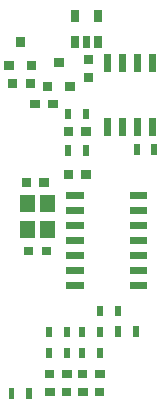
<source format=gbr>
G04 #@! TF.GenerationSoftware,KiCad,Pcbnew,6.0.0-rc1-unknown-4a57541~66~ubuntu16.04.1*
G04 #@! TF.CreationDate,2018-09-11T15:22:57+03:00*
G04 #@! TF.ProjectId,rs485-moist-sensor,72733438352D6D6F6973742D73656E73,rev?*
G04 #@! TF.SameCoordinates,Original*
G04 #@! TF.FileFunction,Soldermask,Top*
G04 #@! TF.FilePolarity,Negative*
%FSLAX46Y46*%
G04 Gerber Fmt 4.6, Leading zero omitted, Abs format (unit mm)*
G04 Created by KiCad (PCBNEW 6.0.0-rc1-unknown-4a57541~66~ubuntu16.04.1) date Tue Sep 11 15:22:57 2018*
%MOMM*%
%LPD*%
G01*
G04 APERTURE LIST*
%ADD10C,0.100000*%
G04 APERTURE END LIST*
D10*
G36*
X90500000Y-57200000D02*
X90000000Y-57200000D01*
X90000000Y-56300000D01*
X90500000Y-56300000D01*
X90500000Y-57200000D01*
X90500000Y-57200000D01*
G37*
G36*
X89000000Y-57200000D02*
X88500000Y-57200000D01*
X88500000Y-56300000D01*
X89000000Y-56300000D01*
X89000000Y-57200000D01*
X89000000Y-57200000D01*
G37*
G36*
X93810000Y-56992000D02*
X93010000Y-56992000D01*
X93010000Y-56292000D01*
X93810000Y-56292000D01*
X93810000Y-56992000D01*
X93810000Y-56992000D01*
G37*
G36*
X92410000Y-56992000D02*
X91610000Y-56992000D01*
X91610000Y-56292000D01*
X92410000Y-56292000D01*
X92410000Y-56992000D01*
X92410000Y-56992000D01*
G37*
G36*
X96604000Y-56992000D02*
X95804000Y-56992000D01*
X95804000Y-56292000D01*
X96604000Y-56292000D01*
X96604000Y-56992000D01*
X96604000Y-56992000D01*
G37*
G36*
X95204000Y-56992000D02*
X94404000Y-56992000D01*
X94404000Y-56292000D01*
X95204000Y-56292000D01*
X95204000Y-56992000D01*
X95204000Y-56992000D01*
G37*
G36*
X93860000Y-55493000D02*
X93060000Y-55493000D01*
X93060000Y-54743000D01*
X93860000Y-54743000D01*
X93860000Y-55493000D01*
X93860000Y-55493000D01*
G37*
G36*
X96654000Y-55493000D02*
X95854000Y-55493000D01*
X95854000Y-54743000D01*
X96654000Y-54743000D01*
X96654000Y-55493000D01*
X96654000Y-55493000D01*
G37*
G36*
X95154000Y-55493000D02*
X94354000Y-55493000D01*
X94354000Y-54743000D01*
X95154000Y-54743000D01*
X95154000Y-55493000D01*
X95154000Y-55493000D01*
G37*
G36*
X92360000Y-55493000D02*
X91560000Y-55493000D01*
X91560000Y-54743000D01*
X92360000Y-54743000D01*
X92360000Y-55493000D01*
X92360000Y-55493000D01*
G37*
G36*
X96504000Y-53790000D02*
X96004000Y-53790000D01*
X96004000Y-52890000D01*
X96504000Y-52890000D01*
X96504000Y-53790000D01*
X96504000Y-53790000D01*
G37*
G36*
X92210000Y-53790000D02*
X91710000Y-53790000D01*
X91710000Y-52890000D01*
X92210000Y-52890000D01*
X92210000Y-53790000D01*
X92210000Y-53790000D01*
G37*
G36*
X93710000Y-53790000D02*
X93210000Y-53790000D01*
X93210000Y-52890000D01*
X93710000Y-52890000D01*
X93710000Y-53790000D01*
X93710000Y-53790000D01*
G37*
G36*
X95004000Y-53790000D02*
X94504000Y-53790000D01*
X94504000Y-52890000D01*
X95004000Y-52890000D01*
X95004000Y-53790000D01*
X95004000Y-53790000D01*
G37*
G36*
X96504000Y-52012000D02*
X96004000Y-52012000D01*
X96004000Y-51112000D01*
X96504000Y-51112000D01*
X96504000Y-52012000D01*
X96504000Y-52012000D01*
G37*
G36*
X95004000Y-52012000D02*
X94504000Y-52012000D01*
X94504000Y-51112000D01*
X95004000Y-51112000D01*
X95004000Y-52012000D01*
X95004000Y-52012000D01*
G37*
G36*
X93710000Y-52012000D02*
X93210000Y-52012000D01*
X93210000Y-51112000D01*
X93710000Y-51112000D01*
X93710000Y-52012000D01*
X93710000Y-52012000D01*
G37*
G36*
X92210000Y-52012000D02*
X91710000Y-52012000D01*
X91710000Y-51112000D01*
X92210000Y-51112000D01*
X92210000Y-52012000D01*
X92210000Y-52012000D01*
G37*
G36*
X98000000Y-51950000D02*
X97500000Y-51950000D01*
X97500000Y-51050000D01*
X98000000Y-51050000D01*
X98000000Y-51950000D01*
X98000000Y-51950000D01*
G37*
G36*
X99500000Y-51950000D02*
X99000000Y-51950000D01*
X99000000Y-51050000D01*
X99500000Y-51050000D01*
X99500000Y-51950000D01*
X99500000Y-51950000D01*
G37*
G36*
X98028000Y-50234000D02*
X97528000Y-50234000D01*
X97528000Y-49334000D01*
X98028000Y-49334000D01*
X98028000Y-50234000D01*
X98028000Y-50234000D01*
G37*
G36*
X96528000Y-50234000D02*
X96028000Y-50234000D01*
X96028000Y-49334000D01*
X96528000Y-49334000D01*
X96528000Y-50234000D01*
X96528000Y-50234000D01*
G37*
G36*
X100250000Y-47910000D02*
X98750000Y-47910000D01*
X98750000Y-47310000D01*
X100250000Y-47310000D01*
X100250000Y-47910000D01*
X100250000Y-47910000D01*
G37*
G36*
X94850000Y-47910000D02*
X93350000Y-47910000D01*
X93350000Y-47310000D01*
X94850000Y-47310000D01*
X94850000Y-47910000D01*
X94850000Y-47910000D01*
G37*
G36*
X94850000Y-46640000D02*
X93350000Y-46640000D01*
X93350000Y-46040000D01*
X94850000Y-46040000D01*
X94850000Y-46640000D01*
X94850000Y-46640000D01*
G37*
G36*
X100250000Y-46640000D02*
X98750000Y-46640000D01*
X98750000Y-46040000D01*
X100250000Y-46040000D01*
X100250000Y-46640000D01*
X100250000Y-46640000D01*
G37*
G36*
X100250000Y-45370000D02*
X98750000Y-45370000D01*
X98750000Y-44770000D01*
X100250000Y-44770000D01*
X100250000Y-45370000D01*
X100250000Y-45370000D01*
G37*
G36*
X94850000Y-45370000D02*
X93350000Y-45370000D01*
X93350000Y-44770000D01*
X94850000Y-44770000D01*
X94850000Y-45370000D01*
X94850000Y-45370000D01*
G37*
G36*
X92100000Y-45075000D02*
X91300000Y-45075000D01*
X91300000Y-44325000D01*
X92100000Y-44325000D01*
X92100000Y-45075000D01*
X92100000Y-45075000D01*
G37*
G36*
X90600000Y-45075000D02*
X89800000Y-45075000D01*
X89800000Y-44325000D01*
X90600000Y-44325000D01*
X90600000Y-45075000D01*
X90600000Y-45075000D01*
G37*
G36*
X100250000Y-44100000D02*
X98750000Y-44100000D01*
X98750000Y-43500000D01*
X100250000Y-43500000D01*
X100250000Y-44100000D01*
X100250000Y-44100000D01*
G37*
G36*
X94850000Y-44100000D02*
X93350000Y-44100000D01*
X93350000Y-43500000D01*
X94850000Y-43500000D01*
X94850000Y-44100000D01*
X94850000Y-44100000D01*
G37*
G36*
X90700000Y-43600000D02*
X89500000Y-43600000D01*
X89500000Y-42200000D01*
X90700000Y-42200000D01*
X90700000Y-43600000D01*
X90700000Y-43600000D01*
G37*
G36*
X92400000Y-43600000D02*
X91200000Y-43600000D01*
X91200000Y-42200000D01*
X92400000Y-42200000D01*
X92400000Y-43600000D01*
X92400000Y-43600000D01*
G37*
G36*
X94850000Y-42830000D02*
X93350000Y-42830000D01*
X93350000Y-42230000D01*
X94850000Y-42230000D01*
X94850000Y-42830000D01*
X94850000Y-42830000D01*
G37*
G36*
X100250000Y-42830000D02*
X98750000Y-42830000D01*
X98750000Y-42230000D01*
X100250000Y-42230000D01*
X100250000Y-42830000D01*
X100250000Y-42830000D01*
G37*
G36*
X100250000Y-41560000D02*
X98750000Y-41560000D01*
X98750000Y-40960000D01*
X100250000Y-40960000D01*
X100250000Y-41560000D01*
X100250000Y-41560000D01*
G37*
G36*
X94850000Y-41560000D02*
X93350000Y-41560000D01*
X93350000Y-40960000D01*
X94850000Y-40960000D01*
X94850000Y-41560000D01*
X94850000Y-41560000D01*
G37*
G36*
X90700000Y-41400000D02*
X89500000Y-41400000D01*
X89500000Y-40000000D01*
X90700000Y-40000000D01*
X90700000Y-41400000D01*
X90700000Y-41400000D01*
G37*
G36*
X92400000Y-41400000D02*
X91200000Y-41400000D01*
X91200000Y-40000000D01*
X92400000Y-40000000D01*
X92400000Y-41400000D01*
X92400000Y-41400000D01*
G37*
G36*
X94850000Y-40290000D02*
X93350000Y-40290000D01*
X93350000Y-39690000D01*
X94850000Y-39690000D01*
X94850000Y-40290000D01*
X94850000Y-40290000D01*
G37*
G36*
X100250000Y-40290000D02*
X98750000Y-40290000D01*
X98750000Y-39690000D01*
X100250000Y-39690000D01*
X100250000Y-40290000D01*
X100250000Y-40290000D01*
G37*
G36*
X91900000Y-39275000D02*
X91100000Y-39275000D01*
X91100000Y-38525000D01*
X91900000Y-38525000D01*
X91900000Y-39275000D01*
X91900000Y-39275000D01*
G37*
G36*
X90400000Y-39275000D02*
X89600000Y-39275000D01*
X89600000Y-38525000D01*
X90400000Y-38525000D01*
X90400000Y-39275000D01*
X90400000Y-39275000D01*
G37*
G36*
X95450000Y-38575000D02*
X94650000Y-38575000D01*
X94650000Y-37825000D01*
X95450000Y-37825000D01*
X95450000Y-38575000D01*
X95450000Y-38575000D01*
G37*
G36*
X93950000Y-38575000D02*
X93150000Y-38575000D01*
X93150000Y-37825000D01*
X93950000Y-37825000D01*
X93950000Y-38575000D01*
X93950000Y-38575000D01*
G37*
G36*
X93800000Y-36650000D02*
X93300000Y-36650000D01*
X93300000Y-35750000D01*
X93800000Y-35750000D01*
X93800000Y-36650000D01*
X93800000Y-36650000D01*
G37*
G36*
X95300000Y-36650000D02*
X94800000Y-36650000D01*
X94800000Y-35750000D01*
X95300000Y-35750000D01*
X95300000Y-36650000D01*
X95300000Y-36650000D01*
G37*
G36*
X99600000Y-36550000D02*
X99100000Y-36550000D01*
X99100000Y-35650000D01*
X99600000Y-35650000D01*
X99600000Y-36550000D01*
X99600000Y-36550000D01*
G37*
G36*
X101100000Y-36550000D02*
X100600000Y-36550000D01*
X100600000Y-35650000D01*
X101100000Y-35650000D01*
X101100000Y-36550000D01*
X101100000Y-36550000D01*
G37*
G36*
X99685000Y-34975000D02*
X99085000Y-34975000D01*
X99085000Y-33425000D01*
X99685000Y-33425000D01*
X99685000Y-34975000D01*
X99685000Y-34975000D01*
G37*
G36*
X93950000Y-34975000D02*
X93150000Y-34975000D01*
X93150000Y-34225000D01*
X93950000Y-34225000D01*
X93950000Y-34975000D01*
X93950000Y-34975000D01*
G37*
G36*
X95450000Y-34975000D02*
X94650000Y-34975000D01*
X94650000Y-34225000D01*
X95450000Y-34225000D01*
X95450000Y-34975000D01*
X95450000Y-34975000D01*
G37*
G36*
X98415000Y-34975000D02*
X97815000Y-34975000D01*
X97815000Y-33425000D01*
X98415000Y-33425000D01*
X98415000Y-34975000D01*
X98415000Y-34975000D01*
G37*
G36*
X97145000Y-34975000D02*
X96545000Y-34975000D01*
X96545000Y-33425000D01*
X97145000Y-33425000D01*
X97145000Y-34975000D01*
X97145000Y-34975000D01*
G37*
G36*
X100955000Y-34975000D02*
X100355000Y-34975000D01*
X100355000Y-33425000D01*
X100955000Y-33425000D01*
X100955000Y-34975000D01*
X100955000Y-34975000D01*
G37*
G36*
X93800000Y-33550000D02*
X93300000Y-33550000D01*
X93300000Y-32650000D01*
X93800000Y-32650000D01*
X93800000Y-33550000D01*
X93800000Y-33550000D01*
G37*
G36*
X95300000Y-33550000D02*
X94800000Y-33550000D01*
X94800000Y-32650000D01*
X95300000Y-32650000D01*
X95300000Y-33550000D01*
X95300000Y-33550000D01*
G37*
G36*
X92650000Y-32625000D02*
X91850000Y-32625000D01*
X91850000Y-31875000D01*
X92650000Y-31875000D01*
X92650000Y-32625000D01*
X92650000Y-32625000D01*
G37*
G36*
X91150000Y-32625000D02*
X90350000Y-32625000D01*
X90350000Y-31875000D01*
X91150000Y-31875000D01*
X91150000Y-32625000D01*
X91150000Y-32625000D01*
G37*
G36*
X92200050Y-31150810D02*
X91399950Y-31150810D01*
X91399950Y-30350710D01*
X92200050Y-30350710D01*
X92200050Y-31150810D01*
X92200050Y-31150810D01*
G37*
G36*
X94100050Y-31150810D02*
X93299950Y-31150810D01*
X93299950Y-30350710D01*
X94100050Y-30350710D01*
X94100050Y-31150810D01*
X94100050Y-31150810D01*
G37*
G36*
X90750000Y-30875000D02*
X89950000Y-30875000D01*
X89950000Y-30125000D01*
X90750000Y-30125000D01*
X90750000Y-30875000D01*
X90750000Y-30875000D01*
G37*
G36*
X89250000Y-30875000D02*
X88450000Y-30875000D01*
X88450000Y-30125000D01*
X89250000Y-30125000D01*
X89250000Y-30875000D01*
X89250000Y-30875000D01*
G37*
G36*
X95625000Y-30400000D02*
X94875000Y-30400000D01*
X94875000Y-29600000D01*
X95625000Y-29600000D01*
X95625000Y-30400000D01*
X95625000Y-30400000D01*
G37*
G36*
X98415000Y-29575000D02*
X97815000Y-29575000D01*
X97815000Y-28025000D01*
X98415000Y-28025000D01*
X98415000Y-29575000D01*
X98415000Y-29575000D01*
G37*
G36*
X99685000Y-29575000D02*
X99085000Y-29575000D01*
X99085000Y-28025000D01*
X99685000Y-28025000D01*
X99685000Y-29575000D01*
X99685000Y-29575000D01*
G37*
G36*
X97145000Y-29575000D02*
X96545000Y-29575000D01*
X96545000Y-28025000D01*
X97145000Y-28025000D01*
X97145000Y-29575000D01*
X97145000Y-29575000D01*
G37*
G36*
X100955000Y-29575000D02*
X100355000Y-29575000D01*
X100355000Y-28025000D01*
X100955000Y-28025000D01*
X100955000Y-29575000D01*
X100955000Y-29575000D01*
G37*
G36*
X90850050Y-29400810D02*
X90049950Y-29400810D01*
X90049950Y-28600710D01*
X90850050Y-28600710D01*
X90850050Y-29400810D01*
X90850050Y-29400810D01*
G37*
G36*
X88950050Y-29400810D02*
X88149950Y-29400810D01*
X88149950Y-28600710D01*
X88950050Y-28600710D01*
X88950050Y-29400810D01*
X88950050Y-29400810D01*
G37*
G36*
X93150050Y-29151830D02*
X92349950Y-29151830D01*
X92349950Y-28351730D01*
X93150050Y-28351730D01*
X93150050Y-29151830D01*
X93150050Y-29151830D01*
G37*
G36*
X95625000Y-28900000D02*
X94875000Y-28900000D01*
X94875000Y-28100000D01*
X95625000Y-28100000D01*
X95625000Y-28900000D01*
X95625000Y-28900000D01*
G37*
G36*
X94475000Y-27530000D02*
X93825000Y-27530000D01*
X93825000Y-26470000D01*
X94475000Y-26470000D01*
X94475000Y-27530000D01*
X94475000Y-27530000D01*
G37*
G36*
X96375000Y-27530000D02*
X95725000Y-27530000D01*
X95725000Y-26470000D01*
X96375000Y-26470000D01*
X96375000Y-27530000D01*
X96375000Y-27530000D01*
G37*
G36*
X95425000Y-27530000D02*
X94775000Y-27530000D01*
X94775000Y-26470000D01*
X95425000Y-26470000D01*
X95425000Y-27530000D01*
X95425000Y-27530000D01*
G37*
G36*
X89900050Y-27401830D02*
X89099950Y-27401830D01*
X89099950Y-26601730D01*
X89900050Y-26601730D01*
X89900050Y-27401830D01*
X89900050Y-27401830D01*
G37*
G36*
X96375000Y-25330000D02*
X95725000Y-25330000D01*
X95725000Y-24270000D01*
X96375000Y-24270000D01*
X96375000Y-25330000D01*
X96375000Y-25330000D01*
G37*
G36*
X94475000Y-25330000D02*
X93825000Y-25330000D01*
X93825000Y-24270000D01*
X94475000Y-24270000D01*
X94475000Y-25330000D01*
X94475000Y-25330000D01*
G37*
M02*

</source>
